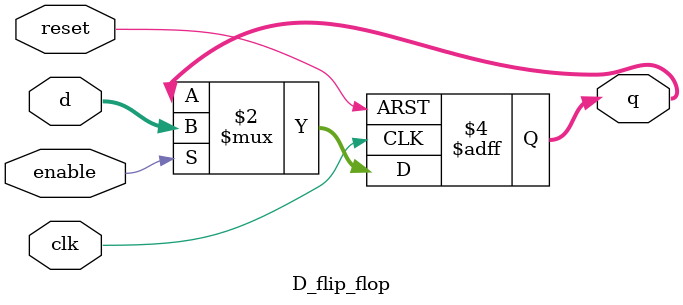
<source format=v>
module D_flip_flop #(parameter WIDTH=8)
    (
        input clk,
        input reset,
        input enable,
        input [WIDTH-1:0] d,
        output reg [WIDTH-1:0] q
    );
    
    always @(posedge clk,posedge reset)
        if(reset)  q<=32'hbfc00000;
        else if(enable)       q<=d; 
endmodule
</source>
